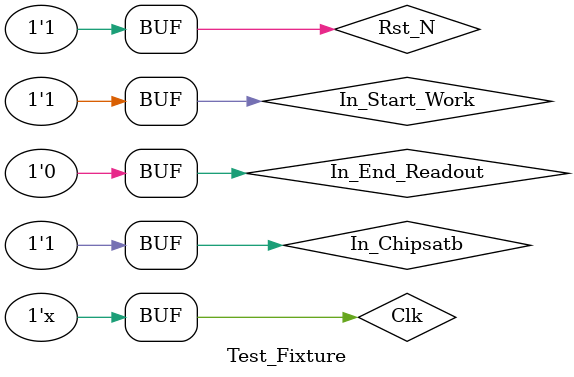
<source format=v>
`timescale 1ns / 1ps


module Test_Fixture;

	// Inputs
	reg Clk;
	reg Rst_N;
	reg In_Start_Work;
	reg In_Chipsatb;
	reg In_End_Readout;

	// Outputs
	wire Out_Acqing;
	wire Out_Start_Acq;
	wire Out_Start_Convb;
	wire Out_Start_Readout;
	wire Out_Resetb_ASIC;

	// Instantiate the Unit Under Test (UUT)
	Sci_Acq uut (
		.Clk(Clk), 
		.Rst_N(Rst_N), 
		.In_Start_Work(In_Start_Work), 
		.Out_Acqing(Out_Acqing), 
		.In_Chipsatb(In_Chipsatb), 
		.In_End_Readout(In_End_Readout), 
		.Out_Start_Acq(Out_Start_Acq), 
		.Out_Start_Convb(Out_Start_Convb), 
		.Out_Start_Readout(Out_Start_Readout), 
		.Out_Resetb_ASIC(Out_Resetb_ASIC)
	);

	initial begin
		// Initialize Inputs
		Clk = 0;
		Rst_N = 0;
		In_Start_Work = 0;
		In_Chipsatb = 0;
		In_End_Readout = 0;

		// Wait 100 ns for global reset to finish
		#100;
        
		// Add stimulus here
    Rst_N = 1'b1;
    #100
    In_Start_Work  = 1'b1;
    In_Chipsatb    = 1'b1;
	end
  always @ (*)
    begin
      #10
      Clk <= ~Clk;   //Define 50MHz Clk
    end   




endmodule


</source>
